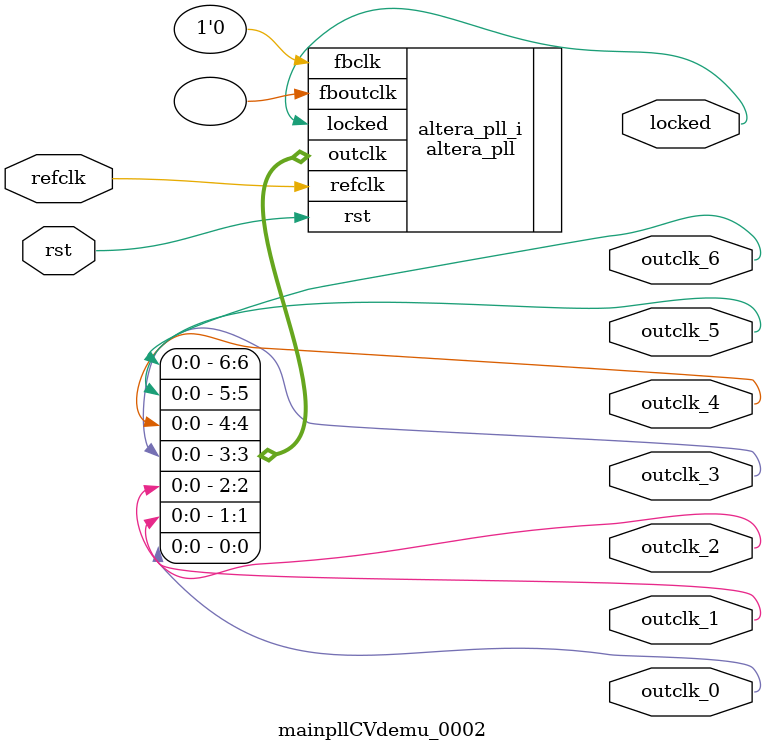
<source format=v>
`timescale 1ns/10ps
module  mainpllCVdemu_0002(

	// interface 'refclk'
	input wire refclk,

	// interface 'reset'
	input wire rst,

	// interface 'outclk0'
	output wire outclk_0,

	// interface 'outclk1'
	output wire outclk_1,

	// interface 'outclk2'
	output wire outclk_2,

	// interface 'outclk3'
	output wire outclk_3,

	// interface 'outclk4'
	output wire outclk_4,

	// interface 'outclk5'
	output wire outclk_5,

	// interface 'outclk6'
	output wire outclk_6,

	// interface 'locked'
	output wire locked
);

	altera_pll #(
		.fractional_vco_multiplier("false"),
		.reference_clock_frequency("50.0 MHz"),
		.operation_mode("normal"),
		.number_of_clocks(7),
		.output_clock_frequency0("80.000000 MHz"),
		.phase_shift0("0 ps"),
		.duty_cycle0(50),
		.output_clock_frequency1("10.000000 MHz"),
		.phase_shift1("0 ps"),
		.duty_cycle1(50),
		.output_clock_frequency2("80.000000 MHz"),
		.phase_shift2("0 ps"),
		.duty_cycle2(50),
		.output_clock_frequency3("80.000000 MHz"),
		.phase_shift3("0 ps"),
		.duty_cycle3(50),
		.output_clock_frequency4("30.000000 MHz"),
		.phase_shift4("0 ps"),
		.duty_cycle4(50),
		.output_clock_frequency5("32.000000 MHz"),
		.phase_shift5("0 ps"),
		.duty_cycle5(50),
		.output_clock_frequency6("60.000000 MHz"),
		.phase_shift6("0 ps"),
		.duty_cycle6(50),
		.output_clock_frequency7("0 MHz"),
		.phase_shift7("0 ps"),
		.duty_cycle7(50),
		.output_clock_frequency8("0 MHz"),
		.phase_shift8("0 ps"),
		.duty_cycle8(50),
		.output_clock_frequency9("0 MHz"),
		.phase_shift9("0 ps"),
		.duty_cycle9(50),
		.output_clock_frequency10("0 MHz"),
		.phase_shift10("0 ps"),
		.duty_cycle10(50),
		.output_clock_frequency11("0 MHz"),
		.phase_shift11("0 ps"),
		.duty_cycle11(50),
		.output_clock_frequency12("0 MHz"),
		.phase_shift12("0 ps"),
		.duty_cycle12(50),
		.output_clock_frequency13("0 MHz"),
		.phase_shift13("0 ps"),
		.duty_cycle13(50),
		.output_clock_frequency14("0 MHz"),
		.phase_shift14("0 ps"),
		.duty_cycle14(50),
		.output_clock_frequency15("0 MHz"),
		.phase_shift15("0 ps"),
		.duty_cycle15(50),
		.output_clock_frequency16("0 MHz"),
		.phase_shift16("0 ps"),
		.duty_cycle16(50),
		.output_clock_frequency17("0 MHz"),
		.phase_shift17("0 ps"),
		.duty_cycle17(50),
		.pll_type("General"),
		.pll_subtype("General")
	) altera_pll_i (
		.rst	(rst),
		.outclk	({outclk_6, outclk_5, outclk_4, outclk_3, outclk_2, outclk_1, outclk_0}),
		.locked	(locked),
		.fboutclk	( ),
		.fbclk	(1'b0),
		.refclk	(refclk)
	);
endmodule


</source>
